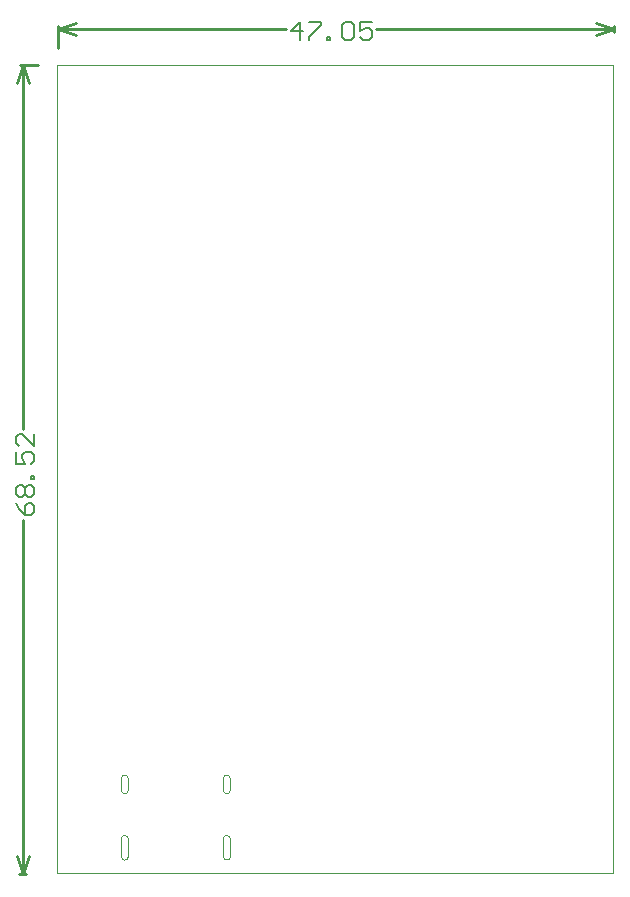
<source format=gm1>
G04*
G04 #@! TF.GenerationSoftware,Altium Limited,Altium Designer,18.0.7 (293)*
G04*
G04 Layer_Color=16711935*
%FSLAX25Y25*%
%MOIN*%
G70*
G01*
G75*
%ADD11C,0.01000*%
%ADD21C,0.00300*%
%ADD22C,0.00600*%
%ADD124C,0.00000*%
D11*
X-3340Y300060D02*
X-1340Y294060D01*
X-5340D02*
X-3340Y300060D01*
X-5340Y36300D02*
X-3340Y30300D01*
X-1340Y36300D01*
X-3340Y178676D02*
Y300060D01*
Y30300D02*
Y148484D01*
X-4340Y300060D02*
X1760D01*
X-4780Y30300D02*
X-2340D01*
X8300Y311860D02*
X14300Y313860D01*
X8300Y311860D02*
X14300Y309860D01*
X187520D02*
X193520Y311860D01*
X187520Y313860D02*
X193520Y311860D01*
X8300D02*
X84214D01*
X114406D02*
X193520D01*
X8300Y305640D02*
Y312860D01*
X193520Y310860D02*
Y312860D01*
D21*
X8080Y299940D02*
X193140D01*
X8080Y30640D02*
Y299940D01*
X193140Y30640D02*
Y299940D01*
X8080Y30640D02*
X193140D01*
D22*
X-5739Y154083D02*
X-4739Y152084D01*
X-2740Y150084D01*
X-741D01*
X259Y151084D01*
Y153083D01*
X-741Y154083D01*
X-1740D01*
X-2740Y153083D01*
Y150084D01*
X-4739Y156082D02*
X-5739Y157082D01*
Y159081D01*
X-4739Y160081D01*
X-3740D01*
X-2740Y159081D01*
X-1740Y160081D01*
X-741D01*
X259Y159081D01*
Y157082D01*
X-741Y156082D01*
X-1740D01*
X-2740Y157082D01*
X-3740Y156082D01*
X-4739D01*
X-2740Y157082D02*
Y159081D01*
X259Y162081D02*
X-741D01*
Y163080D01*
X259D01*
Y162081D01*
X-5739Y171078D02*
Y167079D01*
X-2740D01*
X-3740Y169078D01*
Y170078D01*
X-2740Y171078D01*
X-741D01*
X259Y170078D01*
Y168078D01*
X-741Y167079D01*
X259Y177076D02*
Y173077D01*
X-3740Y177076D01*
X-4739D01*
X-5739Y176076D01*
Y174077D01*
X-4739Y173077D01*
X88813Y308261D02*
Y314259D01*
X85814Y311260D01*
X89813D01*
X91812Y314259D02*
X95811D01*
Y313259D01*
X91812Y309261D01*
Y308261D01*
X97811D02*
Y309261D01*
X98810D01*
Y308261D01*
X97811D01*
X102809Y313259D02*
X103808Y314259D01*
X105808D01*
X106808Y313259D01*
Y309261D01*
X105808Y308261D01*
X103808D01*
X102809Y309261D01*
Y313259D01*
X112806Y314259D02*
X108807D01*
Y311260D01*
X110806Y312260D01*
X111806D01*
X112806Y311260D01*
Y309261D01*
X111806Y308261D01*
X109807D01*
X108807Y309261D01*
D124*
X30564Y63352D02*
G03*
X29383Y62171I0J-1181D01*
G01*
X31745D02*
G03*
X30564Y63352I-1181J0D01*
G01*
Y57053D02*
G03*
X31745Y58234I0J1181D01*
G01*
X29383D02*
G03*
X30564Y57053I1181J0D01*
G01*
X64580Y63352D02*
G03*
X63399Y62171I0J-1181D01*
G01*
X65761D02*
G03*
X64580Y63352I-1181J0D01*
G01*
Y57053D02*
G03*
X65761Y58234I0J1181D01*
G01*
X63399D02*
G03*
X64580Y57053I1181J0D01*
G01*
X30564Y43234D02*
G03*
X29383Y42053I0J-1181D01*
G01*
X31745D02*
G03*
X30564Y43234I-1181J0D01*
G01*
Y34966D02*
G03*
X31745Y36147I0J1181D01*
G01*
X29383D02*
G03*
X30564Y34966I1181J0D01*
G01*
X64580Y43234D02*
G03*
X63399Y42053I0J-1181D01*
G01*
X65761D02*
G03*
X64580Y43234I-1181J0D01*
G01*
Y34966D02*
G03*
X65761Y36147I0J1181D01*
G01*
X63399D02*
G03*
X64580Y34966I1181J0D01*
G01*
X31745Y58234D02*
Y62171D01*
X29383Y58234D02*
Y62171D01*
X65761Y58234D02*
Y62171D01*
X63399Y58234D02*
Y62171D01*
X31745Y36147D02*
Y42053D01*
X29383Y36147D02*
Y42053D01*
X65761Y36147D02*
Y42053D01*
X63399Y36147D02*
Y42053D01*
M02*

</source>
